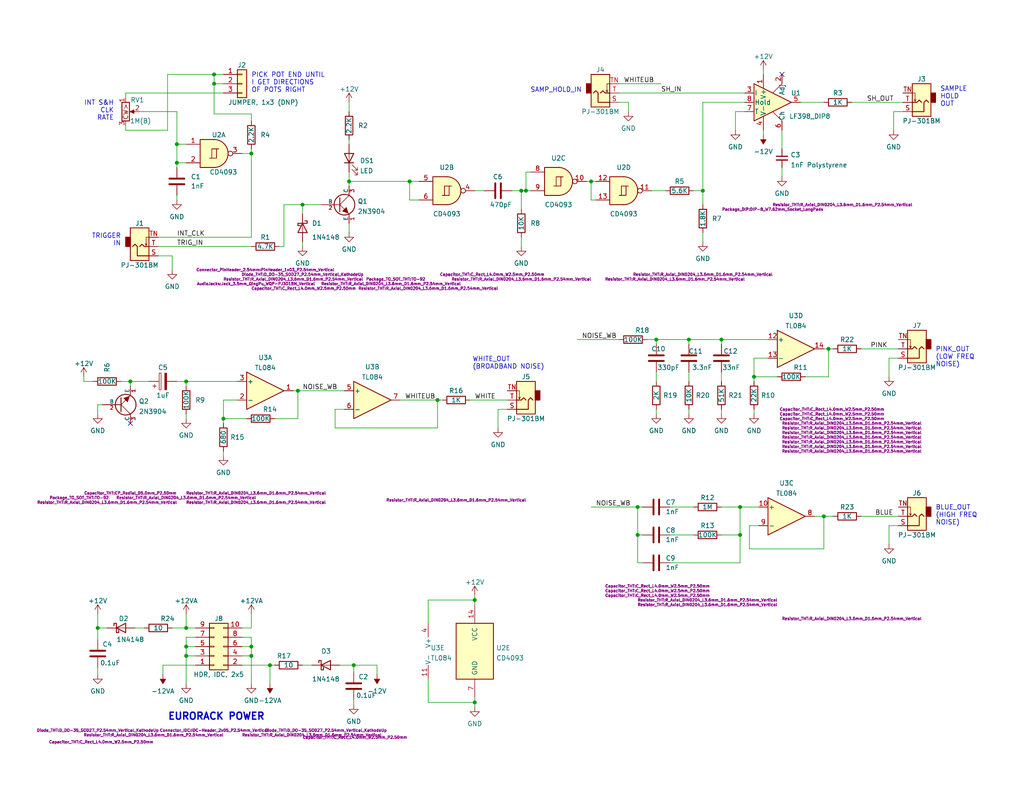
<source format=kicad_sch>
(kicad_sch (version 20211123) (generator eeschema)
  (paper "A")
  (title_block (title "ER-SH_NOISE-01") (date "2022-10-27") (rev "1") (company "https://www.schmitzbits.de/sah.html"))
  (lib_symbols
    (symbol "4xxx:HEF4093B" (pin_names (offset 1.016))
      (property "Reference" "U" (at 0 1.27 0))
      (property "Value" "HEF4093B" (at 0 -1.27 0))
      (symbol "HEF4093B_1_1"
        (pin input line (at -7.62 2.54 0) (length 3.81) (name "~") (number "1"))
        (pin input line (at -7.62 -2.54 0) (length 3.81) (name "~") (number "2"))
        (pin output inverted (at 7.62 0 180) (length 3.81) (name "~") (number "3"))
      )
      (symbol "HEF4093B_1_2"
        (pin input inverted (at -7.62 2.54 0) (length 4.318) (name "~") (number "1"))
        (pin input inverted (at -7.62 -2.54 0) (length 4.318) (name "~") (number "2"))
        (pin output line (at 7.62 0 180) (length 3.81) (name "~") (number "3"))
      )
      (symbol "HEF4093B_2_1"
        (pin output inverted (at 7.62 0 180) (length 3.81) (name "~") (number "4"))
        (pin input line (at -7.62 2.54 0) (length 3.81) (name "~") (number "5"))
        (pin input line (at -7.62 -2.54 0) (length 3.81) (name "~") (number "6"))
      )
      (symbol "HEF4093B_2_2"
        (pin output line (at 7.62 0 180) (length 3.81) (name "~") (number "4"))
        (pin input inverted (at -7.62 2.54 0) (length 4.318) (name "~") (number "5"))
        (pin input inverted (at -7.62 -2.54 0) (length 4.318) (name "~") (number "6"))
      )
      (symbol "HEF4093B_3_1"
        (pin output inverted (at 7.62 0 180) (length 3.81) (name "~") (number "10"))
        (pin input line (at -7.62 2.54 0) (length 3.81) (name "~") (number "8"))
        (pin input line (at -7.62 -2.54 0) (length 3.81) (name "~") (number "9"))
      )
      (symbol "HEF4093B_3_2"
        (pin output line (at 7.62 0 180) (length 3.81) (name "~") (number "10"))
        (pin input inverted (at -7.62 2.54 0) (length 4.318) (name "~") (number "8"))
        (pin input inverted (at -7.62 -2.54 0) (length 4.318) (name "~") (number "9"))
      )
      (symbol "HEF4093B_4_1"
        (pin output inverted (at 7.62 0 180) (length 3.81) (name "~") (number "11"))
        (pin input line (at -7.62 2.54 0) (length 3.81) (name "~") (number "12"))
        (pin input line (at -7.62 -2.54 0) (length 3.81) (name "~") (number "13"))
      )
      (symbol "HEF4093B_4_2"
        (pin output line (at 7.62 0 180) (length 3.81) (name "~") (number "11"))
        (pin input inverted (at -7.62 2.54 0) (length 4.318) (name "~") (number "12"))
        (pin input inverted (at -7.62 -2.54 0) (length 4.318) (name "~") (number "13"))
      )
      (symbol "HEF4093B_5_0"
        (pin power_in line (at 0 12.7 270) (length 5.08) (name "VCC") (number "14"))
        (pin power_in line (at 0 -12.7 90) (length 5.08) (name "GND") (number "7"))
      )
    )
    (symbol "Amplifier_Operational:TL084" (pin_names (offset 0.127))
      (property "Reference" "U" (at 0 5.08 0))
      (property "Value" "TL084" (at 0 -5.08 0))
      (symbol "TL084_1_1"
        (pin output line (at 7.62 0 180) (length 2.54) (name "~") (number "1"))
        (pin input line (at -7.62 -2.54 0) (length 2.54) (name "-") (number "2"))
        (pin input line (at -7.62 2.54 0) (length 2.54) (name "+") (number "3"))
      )
      (symbol "TL084_2_1"
        (pin input line (at -7.62 2.54 0) (length 2.54) (name "+") (number "5"))
        (pin input line (at -7.62 -2.54 0) (length 2.54) (name "-") (number "6"))
        (pin output line (at 7.62 0 180) (length 2.54) (name "~") (number "7"))
      )
      (symbol "TL084_3_1"
        (pin input line (at -7.62 2.54 0) (length 2.54) (name "+") (number "10"))
        (pin output line (at 7.62 0 180) (length 2.54) (name "~") (number "8"))
        (pin input line (at -7.62 -2.54 0) (length 2.54) (name "-") (number "9"))
      )
      (symbol "TL084_4_1"
        (pin input line (at -7.62 2.54 0) (length 2.54) (name "+") (number "12"))
        (pin input line (at -7.62 -2.54 0) (length 2.54) (name "-") (number "13"))
        (pin output line (at 7.62 0 180) (length 2.54) (name "~") (number "14"))
      )
      (symbol "TL084_5_1"
        (pin power_in line (at -2.54 -7.62 90) (length 3.81) (name "V-") (number "11"))
        (pin power_in line (at -2.54 7.62 270) (length 3.81) (name "V+") (number "4"))
      )
    )
    (symbol "Analog:LF398_DIP8" (pin_names (offset 0.127))
      (property "Reference" "U" (at 5.08 3.81 0))
      (property "Value" "LF398_DIP8" (at 5.08 -2.54 0))
      (symbol "LF398_DIP8_1_1"
        (pin passive line (at -2.54 7.62 270) (length 3.81) (name "V+") (number "1"))
        (pin passive line (at 2.54 7.62 270) (length 2.54) (name "Adj") (number "2"))
        (pin input line (at -7.62 2.54 0) (length 2.54) (name "I") (number "3"))
        (pin passive line (at -2.54 -7.62 90) (length 3.81) (name "V-") (number "4"))
        (pin output line (at 7.62 0 180) (length 2.54) (name "~") (number "5"))
        (pin passive line (at 2.54 -7.62 90) (length 2.54) (name "Ch") (number "6"))
        (pin passive line (at -7.62 -2.54 0) (length 2.54) (name "T") (number "7"))
        (pin input line (at -7.62 0 0) (length 2.54) (name "Hold") (number "8"))
      )
    )
    (symbol "Connector:AudioJack2_SwitchT"
      (property "Reference" "J" (at 0 8.89 0))
      (property "Value" "AudioJack2_SwitchT" (at 0 6.35 0))
      (symbol "AudioJack2_SwitchT_1_1"
        (pin passive line (at 5.08 2.54 180) (length 2.54) (name "~") (number "S"))
        (pin passive line (at 5.08 0 180) (length 2.54) (name "~") (number "T"))
        (pin passive line (at 5.08 -2.54 180) (length 2.54) (name "~") (number "TN"))
      )
    )
    (symbol "Connector_Generic:Conn_01x03" (pin_names (offset 1.016) hide)
      (property "Reference" "J" (at 0 5.08 0))
      (property "Value" "Conn_01x03" (at 0 -5.08 0))
      (symbol "Conn_01x03_1_1"
        (pin passive line (at -5.08 2.54 0) (length 3.81) (name "Pin_1") (number "1"))
        (pin passive line (at -5.08 0 0) (length 3.81) (name "Pin_2") (number "2"))
        (pin passive line (at -5.08 -2.54 0) (length 3.81) (name "Pin_3") (number "3"))
      )
    )
    (symbol "Connector_Generic:Conn_02x05_Odd_Even" (pin_names (offset 1.016) hide)
      (property "Reference" "J" (at 1.27 7.62 0))
      (property "Value" "Conn_02x05_Odd_Even" (at 1.27 -7.62 0))
      (symbol "Conn_02x05_Odd_Even_1_1"
        (pin passive line (at -5.08 5.08 0) (length 3.81) (name "Pin_1") (number "1"))
        (pin passive line (at 7.62 -5.08 180) (length 3.81) (name "Pin_10") (number "10"))
        (pin passive line (at 7.62 5.08 180) (length 3.81) (name "Pin_2") (number "2"))
        (pin passive line (at -5.08 2.54 0) (length 3.81) (name "Pin_3") (number "3"))
        (pin passive line (at 7.62 2.54 180) (length 3.81) (name "Pin_4") (number "4"))
        (pin passive line (at -5.08 0 0) (length 3.81) (name "Pin_5") (number "5"))
        (pin passive line (at 7.62 0 180) (length 3.81) (name "Pin_6") (number "6"))
        (pin passive line (at -5.08 -2.54 0) (length 3.81) (name "Pin_7") (number "7"))
        (pin passive line (at 7.62 -2.54 180) (length 3.81) (name "Pin_8") (number "8"))
        (pin passive line (at -5.08 -5.08 0) (length 3.81) (name "Pin_9") (number "9"))
      )
    )
    (symbol "Device:C" (pin_numbers hide) (pin_names (offset 0.254))
      (property "Reference" "C" (at 0.635 2.54 0))
      (property "Value" "C" (at 0.635 -2.54 0))
      (symbol "C_1_1"
        (pin passive line (at 0 3.81 270) (length 2.794) (name "~") (number "1"))
        (pin passive line (at 0 -3.81 90) (length 2.794) (name "~") (number "2"))
      )
    )
    (symbol "Device:C_Polarized" (pin_numbers hide) (pin_names (offset 0.254))
      (property "Reference" "C" (at 0.635 2.54 0))
      (property "Value" "C_Polarized" (at 0.635 -2.54 0))
      (symbol "C_Polarized_1_1"
        (pin passive line (at 0 3.81 270) (length 2.794) (name "~") (number "1"))
        (pin passive line (at 0 -3.81 90) (length 2.794) (name "~") (number "2"))
      )
    )
    (symbol "Device:C_Small" (pin_numbers hide) (pin_names (offset 0.254) hide)
      (property "Reference" "C" (at 0.254 1.778 0))
      (property "Value" "C_Small" (at 0.254 -2.032 0))
      (symbol "C_Small_1_1"
        (pin passive line (at 0 2.54 270) (length 2.032) (name "~") (number "1"))
        (pin passive line (at 0 -2.54 90) (length 2.032) (name "~") (number "2"))
      )
    )
    (symbol "Device:D_Schottky" (pin_numbers hide) (pin_names (offset 1.016) hide)
      (property "Reference" "D" (at 0 2.54 0))
      (property "Value" "D_Schottky" (at 0 -2.54 0))
      (symbol "D_Schottky_1_1"
        (pin passive line (at -3.81 0 0) (length 2.54) (name "K") (number "1"))
        (pin passive line (at 3.81 0 180) (length 2.54) (name "A") (number "2"))
      )
    )
    (symbol "Device:LED" (pin_numbers hide) (pin_names (offset 1.016) hide)
      (property "Reference" "D" (at 0 2.54 0))
      (property "Value" "LED" (at 0 -2.54 0))
      (symbol "LED_1_1"
        (pin passive line (at -3.81 0 0) (length 2.54) (name "K") (number "1"))
        (pin passive line (at 3.81 0 180) (length 2.54) (name "A") (number "2"))
      )
    )
    (symbol "Device:R" (pin_numbers hide) (pin_names (offset 0))
      (property "Reference" "R" (at 2.032 0 90))
      (property "Value" "R" (at 0 0 90))
      (symbol "R_1_1"
        (pin passive line (at 0 3.81 270) (length 1.27) (name "~") (number "1"))
        (pin passive line (at 0 -3.81 90) (length 1.27) (name "~") (number "2"))
      )
    )
    (symbol "LandBoards_Conns:R_Pot_CW" (pin_names (offset 1.016) hide)
      (property "Reference" "RV" (at -1.27 1.27 0))
      (property "Value" "R_Pot_CW" (at -1.27 -1.27 0))
      (symbol "R_Pot_CW_0_0"
        (text "CW>" (at 0 0 900) (effects (font (size 1.27 1.27))))
      )
      (symbol "R_Pot_CW_1_1"
        (pin passive line (at 0 3.81 270) (length 1.27) (name "1") (number "1"))
        (pin passive line (at 3.81 0 180) (length 1.27) (name "2") (number "2"))
        (pin passive line (at 0 -3.81 90) (length 1.27) (name "3") (number "3"))
      )
    )
    (symbol "LandBoards_Semis:NPN" (pin_names (offset 0))
      (property "Reference" "Q" (at 0 -3.81 0))
      (property "Value" "NPN" (at 0 3.81 0))
      (symbol "NPN_1_1"
        (pin passive line (at 2.54 -5.08 90) (length 2.54) (name "E") (number "1"))
        (pin input line (at -5.08 0 0) (length 5.08) (name "B") (number "2"))
        (pin passive line (at 2.54 5.08 270) (length 2.54) (name "C") (number "3"))
      )
    )
    (symbol "power:+12V" (power) (pin_names (offset 0))
      (property "Value" "+12V" (at 0 3.556 0))
      (symbol "+12V_1_1"
        (pin power_in line (at 0 0 90) (length 0) hide (name "+12V") (number "1"))
      )
    )
    (symbol "power:+12VA" (power) (pin_names (offset 0))
      (property "Value" "+12VA" (at 0 3.556 0))
      (symbol "+12VA_1_1"
        (pin power_in line (at 0 0 90) (length 0) hide (name "+12VA") (number "1"))
      )
    )
    (symbol "power:-12V" (power) (pin_names (offset 0))
      (property "Value" "-12V" (at 0 3.81 0))
      (symbol "-12V_0_0"
        (pin power_in line (at 0 0 90) (length 0) hide (name "-12V") (number "1"))
      )
    )
    (symbol "power:-12VA" (power) (pin_names (offset 0))
      (property "Value" "-12VA" (at 0 3.556 0))
      (symbol "-12VA_0_0"
        (pin power_in line (at 0 0 90) (length 0) hide (name "-12VA") (number "1"))
      )
    )
    (symbol "power:GND" (power) (pin_names (offset 0))
      (property "Value" "GND" (at 0 -3.81 0))
      (symbol "GND_1_1"
        (pin power_in line (at 0 0 270) (length 0) hide (name "GND") (number "1"))
      )
    )
  )
  (junction (at 48.26 44.45))
  (junction (at 58.42 20.32))
  (junction (at 26.67 171.45))
  (junction (at 50.8 179.07))
  (junction (at 119.38 109.22))
  (junction (at 173.99 138.43))
  (junction (at 205.74 102.87))
  (junction (at 73.66 181.61))
  (junction (at 129.54 163.83))
  (junction (at 196.85 92.71))
  (junction (at 68.58 179.07))
  (junction (at 81.28 106.68))
  (junction (at 173.99 146.05))
  (junction (at 179.07 92.71))
  (junction (at 187.96 92.71))
  (junction (at 50.8 176.53))
  (junction (at 82.55 55.88))
  (junction (at 60.96 114.3))
  (junction (at 96.52 181.61))
  (junction (at 129.54 191.77))
  (junction (at 161.29 49.53))
  (junction (at 48.26 39.37))
  (junction (at 143.51 52.07))
  (junction (at 50.8 171.45))
  (junction (at 68.58 41.91))
  (junction (at 201.93 138.43))
  (junction (at 68.58 176.53))
  (junction (at 142.24 52.07))
  (junction (at 35.56 104.14))
  (junction (at 58.42 22.86))
  (junction (at 201.93 146.05))
  (junction (at 95.25 49.53))
  (junction (at 191.77 52.07))
  (junction (at 226.06 95.25))
  (junction (at 50.8 104.14))
  (junction (at 224.79 140.97))
  (junction (at 111.76 49.53))
  (no_connect (at 35.56 115.57))
  (no_connect (at 213.36 20.32))
  (wire (pts (xy 173.99 138.43) (xy 175.26 138.43)))
  (wire (pts (xy 64.77 109.22) (xy 60.96 109.22)))
  (wire (pts (xy 111.76 49.53) (xy 111.76 54.61)))
  (wire (pts (xy 116.84 191.77) (xy 116.84 185.42)))
  (wire (pts (xy 224.79 140.97) (xy 227.33 140.97)))
  (wire (pts (xy 92.71 181.61) (xy 96.52 181.61)))
  (wire (pts (xy 58.42 20.32) (xy 58.42 22.86)))
  (wire (pts (xy 22.86 102.87) (xy 22.86 104.14)))
  (wire (pts (xy 48.26 44.45) (xy 50.8 44.45)))
  (wire (pts (xy 95.25 49.53) (xy 111.76 49.53)))
  (wire (pts (xy 48.26 104.14) (xy 50.8 104.14)))
  (wire (pts (xy 179.07 92.71) (xy 179.07 93.98)))
  (wire (pts (xy 60.96 22.86) (xy 58.42 22.86)))
  (wire (pts (xy 143.51 52.07) (xy 143.51 46.99)))
  (wire (pts (xy 73.66 181.61) (xy 73.66 186.69)))
  (wire (pts (xy 48.26 39.37) (xy 50.8 39.37)))
  (wire (pts (xy 213.36 48.26) (xy 213.36 45.72)))
  (wire (pts (xy 91.44 111.76) (xy 91.44 116.84)))
  (wire (pts (xy 189.23 52.07) (xy 191.77 52.07)))
  (wire (pts (xy 50.8 114.3) (xy 50.8 113.03)))
  (wire (pts (xy 43.18 67.31) (xy 68.58 67.31)))
  (wire (pts (xy 77.47 55.88) (xy 77.47 67.31)))
  (wire (pts (xy 26.67 167.64) (xy 26.67 171.45)))
  (wire (pts (xy 48.26 44.45) (xy 48.26 45.72)))
  (wire (pts (xy 129.54 191.77) (xy 129.54 190.5)))
  (wire (pts (xy 204.47 143.51) (xy 204.47 149.86)))
  (wire (pts (xy 142.24 52.07) (xy 142.24 57.15)))
  (wire (pts (xy 242.57 97.79) (xy 242.57 102.87)))
  (wire (pts (xy 196.85 113.03) (xy 196.85 111.76)))
  (wire (pts (xy 191.77 52.07) (xy 191.77 27.94)))
  (wire (pts (xy 36.83 171.45) (xy 39.37 171.45)))
  (wire (pts (xy 179.07 113.03) (xy 179.07 111.76)))
  (wire (pts (xy 77.47 67.31) (xy 76.2 67.31)))
  (wire (pts (xy 143.51 46.99) (xy 144.78 46.99)))
  (wire (pts (xy 68.58 171.45) (xy 68.58 167.64)))
  (wire (pts (xy 179.07 104.14) (xy 179.07 101.6)))
  (wire (pts (xy 191.77 52.07) (xy 191.77 55.88)))
  (wire (pts (xy 66.04 41.91) (xy 68.58 41.91)))
  (wire (pts (xy 119.38 109.22) (xy 120.65 109.22)))
  (wire (pts (xy 34.29 25.4) (xy 60.96 25.4)))
  (wire (pts (xy 46.99 69.85) (xy 43.18 69.85)))
  (wire (pts (xy 119.38 116.84) (xy 119.38 109.22)))
  (wire (pts (xy 175.26 153.67) (xy 173.99 153.67)))
  (wire (pts (xy 205.74 113.03) (xy 205.74 111.76)))
  (wire (pts (xy 26.67 171.45) (xy 26.67 174.625)))
  (wire (pts (xy 68.58 173.99) (xy 68.58 176.53)))
  (wire (pts (xy 187.96 92.71) (xy 187.96 93.98)))
  (wire (pts (xy 201.93 138.43) (xy 207.01 138.43)))
  (wire (pts (xy 234.95 140.97) (xy 245.11 140.97)))
  (wire (pts (xy 66.04 181.61) (xy 73.66 181.61)))
  (wire (pts (xy 44.45 181.61) (xy 53.34 181.61)))
  (wire (pts (xy 218.44 27.94) (xy 224.79 27.94)))
  (wire (pts (xy 58.42 20.32) (xy 60.96 20.32)))
  (wire (pts (xy 182.88 153.67) (xy 201.93 153.67)))
  (wire (pts (xy 66.04 179.07) (xy 68.58 179.07)))
  (wire (pts (xy 173.99 138.43) (xy 173.99 146.05)))
  (wire (pts (xy 50.8 171.45) (xy 53.34 171.45)))
  (wire (pts (xy 187.96 113.03) (xy 187.96 111.76)))
  (wire (pts (xy 34.29 25.4) (xy 34.29 26.67)))
  (wire (pts (xy 109.22 109.22) (xy 119.38 109.22)))
  (wire (pts (xy 191.77 63.5) (xy 191.77 66.04)))
  (wire (pts (xy 25.4 104.14) (xy 22.86 104.14)))
  (wire (pts (xy 91.44 116.84) (xy 119.38 116.84)))
  (wire (pts (xy 95.25 60.96) (xy 95.25 63.5)))
  (wire (pts (xy 205.74 97.79) (xy 205.74 102.87)))
  (wire (pts (xy 176.53 92.71) (xy 179.07 92.71)))
  (wire (pts (xy 129.54 193.04) (xy 129.54 191.77)))
  (wire (pts (xy 77.47 55.88) (xy 82.55 55.88)))
  (wire (pts (xy 224.79 149.86) (xy 224.79 140.97)))
  (wire (pts (xy 60.96 114.3) (xy 60.96 115.57)))
  (wire (pts (xy 58.42 31.115) (xy 58.42 22.86)))
  (wire (pts (xy 26.67 113.03) (xy 26.67 110.49)))
  (wire (pts (xy 182.88 138.43) (xy 189.23 138.43)))
  (wire (pts (xy 168.91 22.86) (xy 180.34 22.86)))
  (wire (pts (xy 82.55 67.31) (xy 82.55 66.04)))
  (wire (pts (xy 73.66 181.61) (xy 74.93 181.61)))
  (wire (pts (xy 161.29 138.43) (xy 173.99 138.43)))
  (wire (pts (xy 50.8 179.07) (xy 50.8 186.69)))
  (wire (pts (xy 245.11 97.79) (xy 242.57 97.79)))
  (wire (pts (xy 204.47 149.86) (xy 224.79 149.86)))
  (wire (pts (xy 196.85 146.05) (xy 201.93 146.05)))
  (wire (pts (xy 171.45 27.94) (xy 168.91 27.94)))
  (wire (pts (xy 129.54 163.83) (xy 116.84 163.83)))
  (wire (pts (xy 26.67 110.49) (xy 27.94 110.49)))
  (wire (pts (xy 45.72 20.32) (xy 58.42 20.32)))
  (wire (pts (xy 50.8 167.64) (xy 50.8 171.45)))
  (wire (pts (xy 201.93 146.05) (xy 201.93 153.67)))
  (wire (pts (xy 50.8 173.99) (xy 50.8 176.53)))
  (wire (pts (xy 142.24 67.31) (xy 142.24 64.77)))
  (wire (pts (xy 95.25 38.1) (xy 95.25 39.37)))
  (wire (pts (xy 142.24 52.07) (xy 143.51 52.07)))
  (wire (pts (xy 95.25 46.99) (xy 95.25 49.53)))
  (wire (pts (xy 187.96 104.14) (xy 187.96 101.6)))
  (wire (pts (xy 68.58 33.02) (xy 68.58 31.115)))
  (wire (pts (xy 96.52 181.61) (xy 102.87 181.61)))
  (wire (pts (xy 187.96 92.71) (xy 196.85 92.71)))
  (wire (pts (xy 201.93 138.43) (xy 201.93 146.05)))
  (wire (pts (xy 81.28 106.68) (xy 80.01 106.68)))
  (wire (pts (xy 135.89 111.76) (xy 135.89 116.84)))
  (wire (pts (xy 26.67 171.45) (xy 29.21 171.45)))
  (wire (pts (xy 50.8 179.07) (xy 53.34 179.07)))
  (wire (pts (xy 179.07 92.71) (xy 187.96 92.71)))
  (wire (pts (xy 68.58 41.91) (xy 68.58 40.64)))
  (wire (pts (xy 82.55 181.61) (xy 85.09 181.61)))
  (wire (pts (xy 162.56 49.53) (xy 161.29 49.53)))
  (wire (pts (xy 26.67 182.245) (xy 26.67 184.15)))
  (wire (pts (xy 234.95 95.25) (xy 245.11 95.25)))
  (wire (pts (xy 168.91 25.4) (xy 203.2 25.4)))
  (wire (pts (xy 48.26 54.61) (xy 48.26 53.34)))
  (wire (pts (xy 245.11 143.51) (xy 242.57 143.51)))
  (wire (pts (xy 224.79 95.25) (xy 226.06 95.25)))
  (wire (pts (xy 93.98 111.76) (xy 91.44 111.76)))
  (wire (pts (xy 219.71 102.87) (xy 226.06 102.87)))
  (wire (pts (xy 81.28 114.3) (xy 81.28 106.68)))
  (wire (pts (xy 68.58 41.91) (xy 68.58 64.77)))
  (wire (pts (xy 74.93 114.3) (xy 81.28 114.3)))
  (wire (pts (xy 243.84 30.48) (xy 243.84 35.56)))
  (wire (pts (xy 66.04 171.45) (xy 68.58 171.45)))
  (wire (pts (xy 45.72 35.56) (xy 45.72 20.32)))
  (wire (pts (xy 171.45 30.48) (xy 171.45 27.94)))
  (wire (pts (xy 60.96 114.3) (xy 67.31 114.3)))
  (wire (pts (xy 35.56 104.14) (xy 40.64 104.14)))
  (wire (pts (xy 161.29 49.53) (xy 161.29 54.61)))
  (wire (pts (xy 35.56 104.14) (xy 35.56 105.41)))
  (wire (pts (xy 50.8 176.53) (xy 50.8 179.07)))
  (wire (pts (xy 116.84 163.83) (xy 116.84 170.18)))
  (wire (pts (xy 53.34 173.99) (xy 50.8 173.99)))
  (wire (pts (xy 213.36 40.64) (xy 213.36 35.56)))
  (wire (pts (xy 34.29 34.29) (xy 34.29 35.56)))
  (wire (pts (xy 68.58 31.115) (xy 58.42 31.115)))
  (wire (pts (xy 43.18 64.77) (xy 68.58 64.77)))
  (wire (pts (xy 196.85 92.71) (xy 196.85 93.98)))
  (wire (pts (xy 129.54 191.77) (xy 116.84 191.77)))
  (wire (pts (xy 173.99 146.05) (xy 175.26 146.05)))
  (wire (pts (xy 205.74 102.87) (xy 205.74 104.14)))
  (wire (pts (xy 205.74 102.87) (xy 212.09 102.87)))
  (wire (pts (xy 48.26 39.37) (xy 48.26 30.48)))
  (wire (pts (xy 81.28 106.68) (xy 93.98 106.68)))
  (wire (pts (xy 114.3 54.61) (xy 111.76 54.61)))
  (wire (pts (xy 226.06 95.25) (xy 226.06 102.87)))
  (wire (pts (xy 203.2 30.48) (xy 200.66 30.48)))
  (wire (pts (xy 144.78 52.07) (xy 143.51 52.07)))
  (wire (pts (xy 46.99 171.45) (xy 50.8 171.45)))
  (wire (pts (xy 226.06 95.25) (xy 227.33 95.25)))
  (wire (pts (xy 34.29 35.56) (xy 45.72 35.56)))
  (wire (pts (xy 82.55 55.88) (xy 82.55 58.42)))
  (wire (pts (xy 196.85 138.43) (xy 201.93 138.43)))
  (wire (pts (xy 66.04 173.99) (xy 68.58 173.99)))
  (wire (pts (xy 60.96 124.46) (xy 60.96 123.19)))
  (wire (pts (xy 129.54 162.56) (xy 129.54 163.83)))
  (wire (pts (xy 111.76 49.53) (xy 114.3 49.53)))
  (wire (pts (xy 128.27 109.22) (xy 138.43 109.22)))
  (wire (pts (xy 60.96 109.22) (xy 60.96 114.3)))
  (wire (pts (xy 161.29 49.53) (xy 160.02 49.53)))
  (wire (pts (xy 50.8 104.14) (xy 64.77 104.14)))
  (wire (pts (xy 95.25 27.94) (xy 95.25 30.48)))
  (wire (pts (xy 177.8 52.07) (xy 181.61 52.07)))
  (wire (pts (xy 173.99 146.05) (xy 173.99 153.67)))
  (wire (pts (xy 246.38 30.48) (xy 243.84 30.48)))
  (wire (pts (xy 96.52 191.135) (xy 96.52 192.405)))
  (wire (pts (xy 222.25 140.97) (xy 224.79 140.97)))
  (wire (pts (xy 232.41 27.94) (xy 246.38 27.94)))
  (wire (pts (xy 191.77 27.94) (xy 203.2 27.94)))
  (wire (pts (xy 82.55 55.88) (xy 87.63 55.88)))
  (wire (pts (xy 46.99 73.66) (xy 46.99 69.85)))
  (wire (pts (xy 132.08 52.07) (xy 129.54 52.07)))
  (wire (pts (xy 96.52 181.61) (xy 96.52 183.515)))
  (wire (pts (xy 207.01 143.51) (xy 204.47 143.51)))
  (wire (pts (xy 182.88 146.05) (xy 189.23 146.05)))
  (wire (pts (xy 161.29 54.61) (xy 162.56 54.61)))
  (wire (pts (xy 196.85 92.71) (xy 209.55 92.71)))
  (wire (pts (xy 48.26 44.45) (xy 48.26 39.37)))
  (wire (pts (xy 68.58 179.07) (xy 68.58 186.69)))
  (wire (pts (xy 66.04 176.53) (xy 68.58 176.53)))
  (wire (pts (xy 200.66 30.48) (xy 200.66 35.56)))
  (wire (pts (xy 102.87 181.61) (xy 102.87 184.15)))
  (wire (pts (xy 208.28 36.83) (xy 208.28 35.56)))
  (wire (pts (xy 68.58 176.53) (xy 68.58 179.07)))
  (wire (pts (xy 157.48 92.71) (xy 168.91 92.71)))
  (wire (pts (xy 242.57 143.51) (xy 242.57 148.59)))
  (wire (pts (xy 50.8 104.14) (xy 50.8 105.41)))
  (wire (pts (xy 196.85 104.14) (xy 196.85 101.6)))
  (wire (pts (xy 44.45 184.15) (xy 44.45 181.61)))
  (wire (pts (xy 50.8 176.53) (xy 53.34 176.53)))
  (wire (pts (xy 139.7 52.07) (xy 142.24 52.07)))
  (wire (pts (xy 38.1 30.48) (xy 48.26 30.48)))
  (wire (pts (xy 208.28 19.05) (xy 208.28 20.32)))
  (wire (pts (xy 33.02 104.14) (xy 35.56 104.14)))
  (wire (pts (xy 129.54 163.83) (xy 129.54 165.1)))
  (wire (pts (xy 138.43 111.76) (xy 135.89 111.76)))
  (wire (pts (xy 209.55 97.79) (xy 205.74 97.79)))
  (wire (pts (xy 95.25 49.53) (xy 95.25 50.8)))
  (text "EURORACK POWER" (at 45.72 196.85 0) (effects (font (size 1.905 1.905) (thickness 0.381) bold) (justify left bottom)))
  (text "INT S&H\nCLK\nRATE" (at 31.115 33.02 180) (effects (font (size 1.27 1.27)) (justify right bottom)))
  (text "PICK POT END UNTIL \nI GET DIRECTIONS\nOF POTS RIGHT" (at 68.58 25.4 0) (effects (font (size 1.27 1.27)) (justify left bottom)))
  (text "SAMPLE\nHOLD\nOUT" (at 256.54 29.21 0) (effects (font (size 1.27 1.27)) (justify left bottom)))
  (text "BLUE_OUT\n(HIGH FREQ\nNOISE)" (at 255.27 143.51 0) (effects (font (size 1.27 1.27)) (justify left bottom)))
  (text "TRIGGER\nIN" (at 33.02 67.31 180) (effects (font (size 1.27 1.27)) (justify right bottom)))
  (text "PINK_OUT\n(LOW FREQ\nNOISE)" (at 255.27 100.33 0) (effects (font (size 1.27 1.27)) (justify left bottom)))
  (text "SAMP_HOLD_IN" (at 158.75 25.4 180) (effects (font (size 1.27 1.27)) (justify right bottom)))
  (text "WHITE_OUT\n(BROADBAND NOISE)" (at 128.905 100.965 0) (effects (font (size 1.27 1.27)) (justify left bottom)))
  (label "WHITE" (at 129.54 109.22 0))
  (label "SH_OUT" (at 243.84 27.94 180))
  (label "NOISE_WB" (at 162.56 138.43 0))
  (label "WHITEUB" (at 170.18 22.86 0))
  (label "SH_IN" (at 180.34 25.4 0))
  (label "TRIG_IN" (at 48.26 67.31 0))
  (label "NOISE_WB" (at 82.55 106.68 0))
  (label "BLUE" (at 238.76 140.97 0))
  (label "PINK" (at 237.49 95.25 0))
  (label "WHITEUB" (at 110.49 109.22 0))
  (label "INT_CLK" (at 48.26 64.77 0))
  (label "NOISE_WB" (at 158.75 92.71 0))
  (symbol (lib_id "power:GND") (at 50.8 186.69 0) (unit 1)
    (property "Reference" "#PWR0104" (effects hide))
    (property "Value" "GND" (at 50.8 191.2525 0))
  )
  (symbol (lib_id "Device:C") (at 179.07 97.79 180) (unit 1)
    (property "Reference" "C10" (at 181.61 95.25 0) (effects (justify left)))
    (property "Value" "330pF" (at 185.42 100.33 0) (effects (justify left)))
    (property "Footprint" "Capacitor_THT:C_Rect_L4.0mm_W2.5mm_P2.50mm" (at 241.3 113.03 0) (effects (font (size 0.762 0.762)) (justify left)))
  )
  (symbol (lib_id "4xxx:HEF4093B") (at 129.54 177.8 0) (unit 5)
    (property "Reference" "U2" (at 135.382 176.8915 0) (effects (justify left)))
    (property "Value" "CD4093" (at 135.382 179.6666 0) (effects (justify left)))
    (property "Footprint" "Package_DIP:DIP-14_W7.62mm_Socket_LongPads" (effects hide))
    (property "Datasheet" "https://assets.nexperia.com/documents/data-sheet/HEF4093B.pdf" (effects hide))
  )
  (symbol (lib_id "power:+12V") (at 208.28 19.05 0) (unit 1)
    (property "Reference" "#PWR05" (effects hide))
    (property "Value" "+12V" (at 208.28 15.4455 0))
  )
  (symbol (lib_id "Amplifier_Operational:TL084") (at 214.63 140.97 0) (unit 3)
    (property "Reference" "U3" (at 214.63 131.9235 0))
    (property "Value" "TL084" (at 214.63 134.6986 0))
    (property "Footprint" "Package_DIP:DIP-14_W7.62mm_Socket_LongPads" (effects hide))
    (property "Datasheet" "http://www.ti.com/lit/ds/symlink/tl081.pdf" (effects hide))
  )
  (symbol (lib_id "Device:C") (at 179.07 138.43 270) (unit 1)
    (property "Reference" "C7" (at 181.61 137.16 90) (effects (justify left)))
    (property "Value" "1nF" (at 181.61 139.7 90) (effects (justify left)))
    (property "Footprint" "Capacitor_THT:C_Rect_L4.0mm_W2.5mm_P2.50mm" (at 165.1 160.02 90) (effects (font (size 0.762 0.762)) (justify left)))
  )
  (symbol (lib_id "power:GND") (at 68.58 186.69 0) (unit 1)
    (property "Reference" "#PWR0105" (effects hide))
    (property "Value" "GND" (at 68.58 191.2525 0))
  )
  (symbol (lib_id "Amplifier_Operational:TL084") (at 101.6 109.22 0) (unit 2)
    (property "Reference" "U3" (at 101.6 100.1735 0))
    (property "Value" "TL084" (at 101.6 102.9486 0))
    (property "Footprint" "Package_DIP:DIP-14_W7.62mm_Socket_LongPads" (effects hide))
    (property "Datasheet" "http://www.ti.com/lit/ds/symlink/tl081.pdf" (effects hide))
  )
  (symbol (lib_id "LandBoards_Semis:NPN") (at 33.02 110.49 0) (mirror x) (unit 1)
    (property "Reference" "Q2" (at 37.8714 109.5815 0) (effects (justify left)))
    (property "Value" "2N3904" (at 37.8714 112.3566 0) (effects (justify left)))
    (property "Footprint" "Package_TO_SOT_THT:TO-92" (at 21.59 135.89 0) (effects (font (size 0.762 0.762))))
  )
  (symbol (lib_id "Device:R") (at 187.96 107.95 180) (unit 1)
    (property "Reference" "R20" (at 191.77 107.95 0))
    (property "Value" "10K" (at 187.96 107.95 90))
    (property "Footprint" "Resistor_THT:R_Axial_DIN0204_L3.6mm_D1.6mm_P2.54mm_Vertical" (at 232.41 118.11 0) (effects (font (size 0.762 0.762))))
  )
  (symbol (lib_id "Device:R") (at 231.14 95.25 90) (unit 1)
    (property "Reference" "R22" (at 231.14 92.71 90))
    (property "Value" "1K" (at 231.14 95.25 90))
    (property "Footprint" "Resistor_THT:R_Axial_DIN0204_L3.6mm_D1.6mm_P2.54mm_Vertical" (at 232.41 123.19 90) (effects (font (size 0.762 0.762))))
  )
  (symbol (lib_id "Device:LED") (at 95.25 43.18 90) (unit 1)
    (property "Reference" "DS1" (at 98.171 43.859 90) (effects (justify right)))
    (property "Value" "LED" (at 98.171 46.6341 90) (effects (justify right)))
    (property "Footprint" "LED_THT:LED_D5.0mm" (effects hide))
  )
  (symbol (lib_id "power:-12V") (at 102.87 184.15 180) (unit 1)
    (property "Reference" "#PWR0113" (effects hide))
    (property "Value" "-12V" (at 102.87 188.7125 0))
  )
  (symbol (lib_id "Amplifier_Operational:TL084") (at 119.38 177.8 0) (unit 5)
    (property "Reference" "U3" (at 117.475 176.8915 0) (effects (justify left)))
    (property "Value" "TL084" (at 117.475 179.6666 0) (effects (justify left)))
    (property "Footprint" "Package_DIP:DIP-14_W7.62mm_Socket_LongPads" (effects hide))
    (property "Datasheet" "http://www.ti.com/lit/ds/symlink/tl081.pdf" (effects hide))
  )
  (symbol (lib_id "power:GND") (at 26.67 184.15 0) (unit 1)
    (property "Reference" "#PWR0115" (effects hide))
    (property "Value" "GND" (at 26.67 188.7125 0))
  )
  (symbol (lib_id "Connector:AudioJack2_SwitchT") (at 251.46 27.94 180) (unit 1)
    (property "Reference" "J3" (at 251.46 21.59 0))
    (property "Value" "PJ-301BM" (at 251.46 33.02 0))
    (property "Footprint" "AudioJacks:Jack_3.5mm_QingPu_WQP-PJ301BM_Vertical" (effects hide))
    (property "Datasheet" "https://www.taydaelectronics.com/pj-301bm-3-5-mm-mono-phone-jack.html" (effects hide))
  )
  (symbol (lib_id "power:-12V") (at 208.28 36.83 180) (unit 1)
    (property "Reference" "#PWR06" (effects hide))
    (property "Value" "-12V" (at 208.28 41.3925 0))
  )
  (symbol (lib_id "4xxx:HEF4093B") (at 58.42 41.91 0) (unit 1)
    (property "Reference" "U2" (at 59.69 36.83 0))
    (property "Value" "CD4093" (at 60.96 46.99 0))
    (property "Footprint" "Package_DIP:DIP-14_W7.62mm_Socket_LongPads" (effects hide))
    (property "Datasheet" "https://assets.nexperia.com/documents/data-sheet/HEF4093B.pdf" (effects hide))
  )
  (symbol (lib_id "Device:R") (at 50.8 109.22 180) (unit 1)
    (property "Reference" "R9" (at 54.61 109.22 0))
    (property "Value" "100K" (at 50.8 109.22 90))
    (property "Footprint" "Resistor_THT:R_Axial_DIN0204_L3.6mm_D1.6mm_P2.54mm_Vertical" (at 50.8 135.89 0) (effects (font (size 0.762 0.762))))
  )
  (symbol (lib_id "power:GND") (at 142.24 67.31 0) (unit 1)
    (property "Reference" "#PWR010" (effects hide))
    (property "Value" "GND" (at 142.24 71.8725 0))
  )
  (symbol (lib_id "Device:R") (at 78.74 181.61 90) (unit 1)
    (property "Reference" "R17" (at 77.47 179.07 90))
    (property "Value" "10" (at 78.74 181.61 90))
    (property "Footprint" "Resistor_THT:R_Axial_DIN0204_L3.6mm_D1.6mm_P2.54mm_Vertical" (at 85.09 200.66 90) (effects (font (size 0.762 0.762))))
  )
  (symbol (lib_id "LandBoards_Conns:R_Pot_CW") (at 34.29 30.48 0) (unit 1)
    (property "Reference" "RV1" (at 39.37 27.305 0) (effects (justify right)))
    (property "Value" "1M(B)" (at 41.275 33.02 0) (effects (justify right)))
    (property "Footprint" "LandBoards_Conns:RV09ACF" (effects hide))
  )
  (symbol (lib_id "Analog:LF398_DIP8") (at 210.82 27.94 0) (unit 1)
    (property "Reference" "U1" (at 217.17 25.4 0))
    (property "Value" "LF398_DIP8" (at 220.98 31.75 0))
    (property "Footprint" "Package_DIP:DIP-8_W7.62mm_Socket_LongPads" (at 210.82 57.15 0) (effects (font (size 0.762 0.762))))
    (property "Datasheet" "http://www.ti.com/lit/ds/symlink/lf398-n.pdf" (effects hide))
  )
  (symbol (lib_id "Device:C") (at 179.07 146.05 270) (unit 1)
    (property "Reference" "C8" (at 181.61 144.78 90) (effects (justify left)))
    (property "Value" "1nF" (at 181.61 147.32 90) (effects (justify left)))
    (property "Footprint" "Capacitor_THT:C_Rect_L4.0mm_W2.5mm_P2.50mm" (at 165.1 161.29 90) (effects (font (size 0.762 0.762)) (justify left)))
  )
  (symbol (lib_id "power:+12VA") (at 50.8 167.64 0) (unit 1)
    (property "Reference" "#PWR0103" (effects hide))
    (property "Value" "+12VA" (at 50.8 164.0355 0))
  )
  (symbol (lib_id "Connector:AudioJack2_SwitchT") (at 250.19 95.25 180) (unit 1)
    (property "Reference" "J7" (at 250.19 88.9 0))
    (property "Value" "PJ-301BM" (at 250.19 100.33 0))
    (property "Footprint" "AudioJacks:Jack_3.5mm_QingPu_WQP-PJ301BM_Vertical" (effects hide))
    (property "Datasheet" "https://www.taydaelectronics.com/pj-301bm-3-5-mm-mono-phone-jack.html" (effects hide))
  )
  (symbol (lib_id "power:GND") (at 82.55 67.31 0) (unit 1)
    (property "Reference" "#PWR07" (effects hide))
    (property "Value" "GND" (at 82.55 71.8725 0))
  )
  (symbol (lib_id "Device:C") (at 48.26 49.53 0) (unit 1)
    (property "Reference" "C1" (at 52.07 48.26 0) (effects (justify left)))
    (property "Value" "1nF" (at 52.07 50.8 0) (effects (justify left)))
    (property "Footprint" "Capacitor_THT:C_Rect_L4.0mm_W2.5mm_P2.50mm" (at 68.58 78.74 0) (effects (font (size 0.762 0.762)) (justify left)))
  )
  (symbol (lib_id "power:GND") (at 179.07 113.03 0) (unit 1)
    (property "Reference" "#PWR0112" (effects hide))
    (property "Value" "GND" (at 179.07 117.5925 0))
  )
  (symbol (lib_id "power:+12V") (at 26.67 167.64 0) (unit 1)
    (property "Reference" "#PWR0102" (effects hide))
    (property "Value" "+12V" (at 26.67 164.0355 0))
  )
  (symbol (lib_id "Device:C") (at 26.67 178.435 0) (unit 1)
    (property "Reference" "C4" (at 27.94 175.895 0) (effects (justify left)))
    (property "Value" "0.1uF" (at 27.305 180.975 0) (effects (justify left)))
    (property "Footprint" "Capacitor_THT:C_Rect_L4.0mm_W2.5mm_P2.50mm" (at 13.335 202.565 0) (effects (font (size 0.762 0.762)) (justify left)))
  )
  (symbol (lib_id "Device:R") (at 196.85 107.95 180) (unit 1)
    (property "Reference" "R21" (at 200.66 107.95 0))
    (property "Value" "51K" (at 196.85 107.95 90))
    (property "Footprint" "Resistor_THT:R_Axial_DIN0204_L3.6mm_D1.6mm_P2.54mm_Vertical" (at 232.41 115.57 0) (effects (font (size 0.762 0.762))))
  )
  (symbol (lib_id "Device:R") (at 179.07 107.95 180) (unit 1)
    (property "Reference" "R19" (at 182.88 107.95 0))
    (property "Value" "2K" (at 179.07 107.95 90))
    (property "Footprint" "Resistor_THT:R_Axial_DIN0204_L3.6mm_D1.6mm_P2.54mm_Vertical" (at 232.41 116.84 0) (effects (font (size 0.762 0.762))))
  )
  (symbol (lib_id "Connector_Generic:Conn_01x03") (at 66.04 22.86 0) (unit 1)
    (property "Reference" "J2" (at 64.77 17.78 0) (effects (justify left)))
    (property "Value" "JUMPER, 1x3 (DNP)" (at 62.23 27.94 0) (effects (justify left)))
    (property "Footprint" "Connector_PinHeader_2.54mm:PinHeader_1x03_P2.54mm_Vertical" (at 72.39 73.66 0) (effects (font (size 0.762 0.762))))
  )
  (symbol (lib_id "Device:R") (at 185.42 52.07 270) (unit 1)
    (property "Reference" "R5" (at 185.42 49.53 90))
    (property "Value" "5.6K" (at 185.42 52.07 90))
    (property "Footprint" "Resistor_THT:R_Axial_DIN0204_L3.6mm_D1.6mm_P2.54mm_Vertical" (at 184.15 76.2 90) (effects (font (size 0.762 0.762))))
  )
  (symbol (lib_id "power:GND") (at 242.57 148.59 0) (unit 1)
    (property "Reference" "#PWR021" (effects hide))
    (property "Value" "GND" (at 242.57 153.1525 0))
  )
  (symbol (lib_id "Amplifier_Operational:TL084") (at 217.17 95.25 0) (unit 4)
    (property "Reference" "U3" (at 217.17 86.2035 0))
    (property "Value" "TL084" (at 217.17 88.9786 0))
    (property "Footprint" "Package_DIP:DIP-14_W7.62mm_Socket_LongPads" (effects hide))
    (property "Datasheet" "http://www.ti.com/lit/ds/symlink/tl081.pdf" (effects hide))
  )
  (symbol (lib_id "Device:C") (at 135.89 52.07 90) (unit 1)
    (property "Reference" "C6" (at 137.16 48.26 90) (effects (justify left)))
    (property "Value" "470pF" (at 139.7 55.88 90) (effects (justify left)))
    (property "Footprint" "Capacitor_THT:C_Rect_L4.0mm_W2.5mm_P2.50mm" (at 148.59 74.93 90) (effects (font (size 0.762 0.762)) (justify left)))
  )
  (symbol (lib_id "power:GND") (at 191.77 66.04 0) (unit 1)
    (property "Reference" "#PWR012" (effects hide))
    (property "Value" "GND" (at 191.77 70.6025 0))
  )
  (symbol (lib_id "power:GND") (at 213.36 48.26 0) (unit 1)
    (property "Reference" "#PWR014" (effects hide))
    (property "Value" "GND" (at 213.36 52.8225 0))
  )
  (symbol (lib_id "Device:R") (at 43.18 171.45 90) (unit 1)
    (property "Reference" "R24" (at 45.72 168.91 90))
    (property "Value" "10" (at 43.18 171.45 90))
    (property "Footprint" "Resistor_THT:R_Axial_DIN0204_L3.6mm_D1.6mm_P2.54mm_Vertical" (at 41.91 200.66 90) (effects (font (size 0.762 0.762))))
  )
  (symbol (lib_id "Device:C_Small") (at 213.36 43.18 0) (unit 1)
    (property "Reference" "C3" (at 215.6841 42.2778 0) (effects (justify left)))
    (property "Value" "1nF Polystyrene" (at 215.6841 45.0529 0) (effects (justify left)))
    (property "Footprint" "Capacitor_THT:C_Radial_D5.0mm_H7.0mm_P2.00mm" (effects hide))
  )
  (symbol (lib_id "Device:C") (at 196.85 97.79 180) (unit 1)
    (property "Reference" "C12" (at 201.295 95.885 0) (effects (justify left)))
    (property "Value" "33nF" (at 201.93 100.33 0) (effects (justify left)))
    (property "Footprint" "Capacitor_THT:C_Rect_L4.0mm_W2.5mm_P2.50mm" (at 241.3 111.76 0) (effects (font (size 0.762 0.762)) (justify left)))
  )
  (symbol (lib_id "Device:C") (at 187.96 97.79 180) (unit 1)
    (property "Reference" "C11" (at 191.77 95.885 0) (effects (justify left)))
    (property "Value" "3.3nF" (at 194.31 100.33 0) (effects (justify left)))
    (property "Footprint" "Capacitor_THT:C_Rect_L4.0mm_W2.5mm_P2.50mm" (at 241.3 114.3 0) (effects (font (size 0.762 0.762)) (justify left)))
  )
  (symbol (lib_id "Device:R") (at 71.12 114.3 90) (unit 1)
    (property "Reference" "R14" (at 73.66 111.76 90))
    (property "Value" "100K" (at 71.12 114.3 90))
    (property "Footprint" "Resistor_THT:R_Axial_DIN0204_L3.6mm_D1.6mm_P2.54mm_Vertical" (at 69.85 134.62 90) (effects (font (size 0.762 0.762))))
  )
  (symbol (lib_id "Device:R") (at 172.72 92.71 90) (unit 1)
    (property "Reference" "R18" (at 175.26 90.17 90))
    (property "Value" "100K" (at 172.72 92.71 90))
    (property "Footprint" "Resistor_THT:R_Axial_DIN0204_L3.6mm_D1.6mm_P2.54mm_Vertical" (at 232.41 120.65 90) (effects (font (size 0.762 0.762))))
  )
  (symbol (lib_id "Device:R") (at 142.24 60.96 180) (unit 1)
    (property "Reference" "R8" (at 146.05 60.96 0))
    (property "Value" "10K" (at 142.24 60.96 90))
    (property "Footprint" "Resistor_THT:R_Axial_DIN0204_L3.6mm_D1.6mm_P2.54mm_Vertical" (at 142.24 76.2 0) (effects (font (size 0.762 0.762))))
  )
  (symbol (lib_id "power:GND") (at 187.96 113.03 0) (unit 1)
    (property "Reference" "#PWR0111" (effects hide))
    (property "Value" "GND" (at 187.96 117.5925 0))
  )
  (symbol (lib_id "power:-12VA") (at 44.45 184.15 180) (unit 1)
    (property "Reference" "#PWR0107" (effects hide))
    (property "Value" "-12VA" (at 44.45 188.7125 0))
  )
  (symbol (lib_id "power:GND") (at 50.8 114.3 0) (unit 1)
    (property "Reference" "#PWR018" (effects hide))
    (property "Value" "GND" (at 50.8 118.8625 0))
  )
  (symbol (lib_id "Device:R") (at 68.58 36.83 180) (unit 1)
    (property "Reference" "R4" (at 72.39 36.83 0))
    (property "Value" "2.2K" (at 68.58 36.83 90))
    (property "Footprint" "Resistor_THT:R_Axial_DIN0204_L3.6mm_D1.6mm_P2.54mm_Vertical" (at 116.84 78.74 0) (effects (font (size 0.762 0.762))))
  )
  (symbol (lib_id "power:GND") (at 60.96 124.46 0) (unit 1)
    (property "Reference" "#PWR019" (effects hide))
    (property "Value" "GND" (at 60.96 129.0225 0))
  )
  (symbol (lib_id "Device:D_Schottky") (at 88.9 181.61 0) (unit 1)
    (property "Reference" "D3" (at 87.63 177.8 0) (effects (justify left)))
    (property "Value" "1N4148" (at 85.09 185.42 0) (effects (justify left)))
    (property "Footprint" "Diode_THT:D_DO-35_SOD27_P2.54mm_Vertical_KathodeUp" (at 88.9 199.39 0) (effects (font (size 0.762 0.762))))
  )
  (symbol (lib_id "Device:C_Polarized") (at 44.45 104.14 90) (unit 1)
    (property "Reference" "C5" (at 44.45 100.33 90))
    (property "Value" "1uF" (at 44.45 107.95 90))
    (property "Footprint" "Capacitor_THT:CP_Radial_D5.0mm_P2.50mm" (at 35.56 134.62 90) (effects (font (size 0.762 0.762))))
  )
  (symbol (lib_id "4xxx:HEF4093B") (at 152.4 49.53 0) (unit 3)
    (property "Reference" "U2" (at 152.4 43.18 0))
    (property "Value" "CD4093" (at 152.4 55.88 0))
    (property "Footprint" "Package_DIP:DIP-14_W7.62mm_Socket_LongPads" (effects hide))
    (property "Datasheet" "https://assets.nexperia.com/documents/data-sheet/HEF4093B.pdf" (effects hide))
  )
  (symbol (lib_id "power:GND") (at 46.99 73.66 0) (unit 1)
    (property "Reference" "#PWR01" (effects hide))
    (property "Value" "GND" (at 46.99 78.2225 0))
  )
  (symbol (lib_id "power:GND") (at 200.66 35.56 0) (unit 1)
    (property "Reference" "#PWR013" (effects hide))
    (property "Value" "GND" (at 200.66 40.1225 0))
  )
  (symbol (lib_id "Device:R") (at 29.21 104.14 270) (unit 1)
    (property "Reference" "R6" (at 29.21 100.33 0))
    (property "Value" "100K" (at 29.21 104.14 90))
    (property "Footprint" "Resistor_THT:R_Axial_DIN0204_L3.6mm_D1.6mm_P2.54mm_Vertical" (at 29.21 137.16 90) (effects (font (size 0.762 0.762))))
  )
  (symbol (lib_id "power:+12V") (at 129.54 162.56 0) (unit 1)
    (property "Reference" "#PWR03" (effects hide))
    (property "Value" "+12V" (at 129.54 158.9555 0))
  )
  (symbol (lib_id "Connector:AudioJack2_SwitchT") (at 250.19 140.97 180) (unit 1)
    (property "Reference" "J6" (at 250.19 134.62 0))
    (property "Value" "PJ-301BM" (at 250.19 146.05 0))
    (property "Footprint" "AudioJacks:Jack_3.5mm_QingPu_WQP-PJ301BM_Vertical" (effects hide))
    (property "Datasheet" "https://www.taydaelectronics.com/pj-301bm-3-5-mm-mono-phone-jack.html" (effects hide))
  )
  (symbol (lib_id "Device:R") (at 72.39 67.31 90) (unit 1)
    (property "Reference" "R1" (at 72.39 64.77 90))
    (property "Value" "4.7K" (at 72.39 67.31 90))
    (property "Footprint" "Resistor_THT:R_Axial_DIN0204_L3.6mm_D1.6mm_P2.54mm_Vertical" (at 80.01 76.2 90) (effects (font (size 0.762 0.762))))
  )
  (symbol (lib_id "Amplifier_Operational:TL084") (at 72.39 106.68 0) (unit 1)
    (property "Reference" "U3" (at 72.39 97.6335 0))
    (property "Value" "TL084" (at 72.39 100.4086 0))
    (property "Footprint" "Package_DIP:DIP-14_W7.62mm_Socket_LongPads" (effects hide))
    (property "Datasheet" "http://www.ti.com/lit/ds/symlink/tl081.pdf" (effects hide))
  )
  (symbol (lib_id "Connector:AudioJack2_SwitchT") (at 163.83 25.4 0) (mirror x) (unit 1)
    (property "Reference" "J4" (at 163.83 19.05 0))
    (property "Value" "PJ-301BM" (at 163.83 30.48 0))
    (property "Footprint" "AudioJacks:Jack_3.5mm_QingPu_WQP-PJ301BM_Vertical" (effects hide))
    (property "Datasheet" "https://www.taydaelectronics.com/pj-301bm-3-5-mm-mono-phone-jack.html" (effects hide))
  )
  (symbol (lib_id "Device:R") (at 228.6 27.94 90) (unit 1)
    (property "Reference" "R3" (at 228.6 25.4 90))
    (property "Value" "1K" (at 228.6 27.94 90))
    (property "Footprint" "Resistor_THT:R_Axial_DIN0204_L3.6mm_D1.6mm_P2.54mm_Vertical" (at 229.87 55.88 90) (effects (font (size 0.762 0.762))))
  )
  (symbol (lib_id "Device:D_Schottky") (at 33.02 171.45 0) (unit 1)
    (property "Reference" "D2" (at 32.385 168.91 0) (effects (justify left)))
    (property "Value" "1N4148" (at 31.75 174.625 0) (effects (justify left)))
    (property "Footprint" "Diode_THT:D_DO-35_SOD27_P2.54mm_Vertical_KathodeUp" (at 26.67 199.39 0) (effects (font (size 0.762 0.762))))
  )
  (symbol (lib_id "power:GND") (at 205.74 113.03 0) (unit 1)
    (property "Reference" "#PWR0110" (effects hide))
    (property "Value" "GND" (at 205.74 117.5925 0))
  )
  (symbol (lib_id "power:GND") (at 243.84 35.56 0) (unit 1)
    (property "Reference" "#PWR015" (effects hide))
    (property "Value" "GND" (at 243.84 40.1225 0))
  )
  (symbol (lib_id "power:GND") (at 48.26 54.61 0) (unit 1)
    (property "Reference" "#PWR02" (effects hide))
    (property "Value" "GND" (at 48.26 59.1725 0))
  )
  (symbol (lib_id "power:GND") (at 96.52 192.405 0) (unit 1)
    (property "Reference" "#PWR0114" (effects hide))
    (property "Value" "GND" (at 96.52 196.9675 0))
  )
  (symbol (lib_id "power:GND") (at 196.85 113.03 0) (unit 1)
    (property "Reference" "#PWR0109" (effects hide))
    (property "Value" "GND" (at 196.85 117.5925 0))
  )
  (symbol (lib_id "power:GND") (at 129.54 193.04 0) (unit 1)
    (property "Reference" "#PWR04" (effects hide))
    (property "Value" "GND" (at 129.54 197.6025 0))
  )
  (symbol (lib_id "power:-12VA") (at 73.66 186.69 180) (unit 1)
    (property "Reference" "#PWR0108" (effects hide))
    (property "Value" "-12VA" (at 73.66 191.2525 0))
  )
  (symbol (lib_id "Device:C") (at 179.07 153.67 270) (unit 1)
    (property "Reference" "C9" (at 181.61 152.4 90) (effects (justify left)))
    (property "Value" "1nF" (at 181.61 154.94 90) (effects (justify left)))
    (property "Footprint" "Capacitor_THT:C_Rect_L4.0mm_W2.5mm_P2.50mm" (at 165.1 162.56 90) (effects (font (size 0.762 0.762)) (justify left)))
  )
  (symbol (lib_id "Device:C") (at 96.52 187.325 0) (unit 1)
    (property "Reference" "C2" (at 97.79 184.785 0) (effects (justify left)))
    (property "Value" "0.1uF" (at 97.155 189.865 0) (effects (justify left)))
    (property "Footprint" "Capacitor_THT:C_Rect_L4.0mm_W2.5mm_P2.50mm" (at 82.55 201.295 0) (effects (font (size 0.762 0.762)) (justify left)))
  )
  (symbol (lib_id "Device:R") (at 95.25 34.29 180) (unit 1)
    (property "Reference" "R2" (at 99.06 34.29 0))
    (property "Value" "2.2K" (at 95.25 34.29 90))
    (property "Footprint" "Resistor_THT:R_Axial_DIN0204_L3.6mm_D1.6mm_P2.54mm_Vertical" (at 106.68 77.47 0) (effects (font (size 0.762 0.762))))
  )
  (symbol (lib_id "Connector_Generic:Conn_02x05_Odd_Even") (at 58.42 176.53 0) (mirror x) (unit 1)
    (property "Reference" "J8" (at 59.69 168.91 0))
    (property "Value" "HDR, IDC, 2x5" (at 59.69 184.15 0))
    (property "Footprint" "Connector_IDC:IDC-Header_2x05_P2.54mm_Vertical" (at 58.42 199.39 0) (effects (font (size 0.762 0.762))))
  )
  (symbol (lib_id "power:+12V") (at 22.86 102.87 0) (unit 1)
    (property "Reference" "#PWR017" (effects hide))
    (property "Value" "+12V" (at 22.86 99.2655 0))
  )
  (symbol (lib_id "Connector:AudioJack2_SwitchT") (at 38.1 67.31 0) (mirror x) (unit 1)
    (property "Reference" "J1" (at 38.1 60.96 0))
    (property "Value" "PJ-301BM" (at 38.1 72.39 0))
    (property "Footprint" "AudioJacks:Jack_3.5mm_QingPu_WQP-PJ301BM_Vertical" (at 69.85 77.47 0) (effects (font (size 0.762 0.762))))
    (property "Datasheet" "https://www.taydaelectronics.com/pj-301bm-3-5-mm-mono-phone-jack.html" (effects hide))
  )
  (symbol (lib_id "Device:R") (at 124.46 109.22 90) (unit 1)
    (property "Reference" "R16" (at 124.46 106.68 90))
    (property "Value" "1K" (at 124.46 109.22 90))
    (property "Footprint" "Resistor_THT:R_Axial_DIN0204_L3.6mm_D1.6mm_P2.54mm_Vertical" (at 124.46 136.525 90) (effects (font (size 0.762 0.762))))
  )
  (symbol (lib_id "power:GND") (at 242.57 102.87 0) (unit 1)
    (property "Reference" "#PWR020" (effects hide))
    (property "Value" "GND" (at 242.57 107.4325 0))
  )
  (symbol (lib_id "power:GND") (at 26.67 113.03 0) (unit 1)
    (property "Reference" "#PWR016" (effects hide))
    (property "Value" "GND" (at 26.67 117.5925 0))
  )
  (symbol (lib_id "Device:R") (at 215.9 102.87 90) (unit 1)
    (property "Reference" "R11" (at 218.44 100.33 90))
    (property "Value" "100K" (at 215.9 102.87 90))
    (property "Footprint" "Resistor_THT:R_Axial_DIN0204_L3.6mm_D1.6mm_P2.54mm_Vertical" (at 232.41 119.38 90) (effects (font (size 0.762 0.762))))
  )
  (symbol (lib_id "power:+12V") (at 95.25 27.94 0) (unit 1)
    (property "Reference" "#PWR08" (effects hide))
    (property "Value" "+12V" (at 95.25 24.3355 0))
  )
  (symbol (lib_id "Device:R") (at 193.04 138.43 270) (unit 1)
    (property "Reference" "R12" (at 193.04 135.89 90))
    (property "Value" "1M" (at 193.04 138.43 90))
    (property "Footprint" "Resistor_THT:R_Axial_DIN0204_L3.6mm_D1.6mm_P2.54mm_Vertical" (at 193.04 165.1 90) (effects (font (size 0.762 0.762))))
  )
  (symbol (lib_id "4xxx:HEF4093B") (at 121.92 52.07 0) (unit 2)
    (property "Reference" "U2" (at 121.92 45.72 0))
    (property "Value" "CD4093" (at 121.92 58.42 0))
    (property "Footprint" "Package_DIP:DIP-14_W7.62mm_Socket_LongPads" (effects hide))
    (property "Datasheet" "https://assets.nexperia.com/documents/data-sheet/HEF4093B.pdf" (effects hide))
  )
  (symbol (lib_id "Device:R") (at 191.77 59.69 180) (unit 1)
    (property "Reference" "R7" (at 195.58 59.69 0))
    (property "Value" "1.8K" (at 191.77 59.69 90))
    (property "Footprint" "Resistor_THT:R_Axial_DIN0204_L3.6mm_D1.6mm_P2.54mm_Vertical" (at 191.77 74.93 0) (effects (font (size 0.762 0.762))))
  )
  (symbol (lib_id "power:+12VA") (at 68.58 167.64 0) (unit 1)
    (property "Reference" "#PWR0106" (effects hide))
    (property "Value" "+12VA" (at 68.58 164.0355 0))
  )
  (symbol (lib_id "Device:R") (at 205.74 107.95 180) (unit 1)
    (property "Reference" "R10" (at 209.55 107.95 0))
    (property "Value" "22K" (at 205.74 107.95 90))
    (property "Footprint" "Resistor_THT:R_Axial_DIN0204_L3.6mm_D1.6mm_P2.54mm_Vertical" (at 232.41 121.92 0) (effects (font (size 0.762 0.762))))
  )
  (symbol (lib_id "4xxx:HEF4093B") (at 170.18 52.07 0) (unit 4)
    (property "Reference" "U2" (at 170.18 45.72 0))
    (property "Value" "CD4093" (at 170.18 58.42 0))
    (property "Footprint" "Package_DIP:DIP-14_W7.62mm_Socket_LongPads" (effects hide))
    (property "Datasheet" "https://assets.nexperia.com/documents/data-sheet/HEF4093B.pdf" (effects hide))
  )
  (symbol (lib_id "Device:D_Schottky") (at 82.55 62.23 270) (unit 1)
    (property "Reference" "D1" (at 85.09 60.96 90) (effects (justify left)))
    (property "Value" "1N4148" (at 85.09 64.77 90) (effects (justify left)))
    (property "Footprint" "Diode_THT:D_DO-35_SOD27_P2.54mm_Vertical_KathodeUp" (at 82.55 74.93 90) (effects (font (size 0.762 0.762))))
  )
  (symbol (lib_id "power:GND") (at 171.45 30.48 0) (unit 1)
    (property "Reference" "#PWR011" (effects hide))
    (property "Value" "GND" (at 171.45 35.0425 0))
  )
  (symbol (lib_id "Device:R") (at 193.04 146.05 270) (unit 1)
    (property "Reference" "R13" (at 193.04 143.51 90))
    (property "Value" "100K" (at 193.04 146.05 90))
    (property "Footprint" "Resistor_THT:R_Axial_DIN0204_L3.6mm_D1.6mm_P2.54mm_Vertical" (at 193.04 163.83 90) (effects (font (size 0.762 0.762))))
  )
  (symbol (lib_id "power:GND") (at 135.89 116.84 0) (unit 1)
    (property "Reference" "#PWR0101" (effects hide))
    (property "Value" "GND" (at 135.89 121.4025 0))
  )
  (symbol (lib_id "Connector:AudioJack2_SwitchT") (at 143.51 109.22 180) (unit 1)
    (property "Reference" "J5" (at 143.51 102.87 0))
    (property "Value" "PJ-301BM" (at 143.51 114.3 0))
    (property "Footprint" "AudioJacks:Jack_3.5mm_QingPu_WQP-PJ301BM_Vertical" (effects hide))
    (property "Datasheet" "https://www.taydaelectronics.com/pj-301bm-3-5-mm-mono-phone-jack.html" (effects hide))
  )
  (symbol (lib_id "Device:R") (at 60.96 119.38 180) (unit 1)
    (property "Reference" "R15" (at 64.77 119.38 0))
    (property "Value" "680" (at 60.96 119.38 90))
    (property "Footprint" "Resistor_THT:R_Axial_DIN0204_L3.6mm_D1.6mm_P2.54mm_Vertical" (at 69.85 137.16 0) (effects (font (size 0.762 0.762))))
  )
  (symbol (lib_id "Device:R") (at 231.14 140.97 90) (unit 1)
    (property "Reference" "R23" (at 231.14 138.43 90))
    (property "Value" "1K" (at 231.14 140.97 90))
    (property "Footprint" "Resistor_THT:R_Axial_DIN0204_L3.6mm_D1.6mm_P2.54mm_Vertical" (at 232.41 168.91 90) (effects (font (size 0.762 0.762))))
  )
  (symbol (lib_id "LandBoards_Semis:NPN") (at 92.71 55.88 0) (unit 1)
    (property "Reference" "Q1" (at 97.5614 54.9715 0) (effects (justify left)))
    (property "Value" "2N3904" (at 97.5614 57.7466 0) (effects (justify left)))
    (property "Footprint" "Package_TO_SOT_THT:TO-92" (at 107.95 76.2 0) (effects (font (size 0.762 0.762))))
  )
  (symbol (lib_id "power:GND") (at 95.25 63.5 0) (unit 1)
    (property "Reference" "#PWR09" (effects hide))
    (property "Value" "GND" (at 95.25 68.0625 0))
  )
)
</source>
